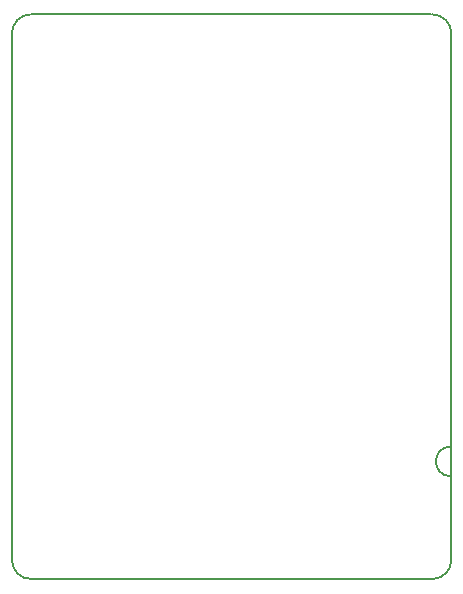
<source format=gbr>
G04 #@! TF.FileFunction,Profile,NP*
%FSLAX46Y46*%
G04 Gerber Fmt 4.6, Leading zero omitted, Abs format (unit mm)*
G04 Created by KiCad (PCBNEW 4.0.7) date 01/10/19 16:23:13*
%MOMM*%
%LPD*%
G01*
G04 APERTURE LIST*
%ADD10C,0.100000*%
%ADD11C,0.150000*%
G04 APERTURE END LIST*
D10*
D11*
X121550000Y-117800000D02*
G75*
G03X121550000Y-120300000I0J-1250000D01*
G01*
X121599112Y-82746696D02*
G75*
G03X120000000Y-81200000I-1599112J-53304D01*
G01*
X85946696Y-81200888D02*
G75*
G03X84400000Y-82800000I53304J-1599112D01*
G01*
X84400888Y-127453304D02*
G75*
G03X86000000Y-129000000I1599112J53304D01*
G01*
X120053304Y-128999112D02*
G75*
G03X121600000Y-127400000I-53304J1599112D01*
G01*
X120100000Y-129000000D02*
X86000000Y-129000000D01*
X121600000Y-82799889D02*
X121600000Y-127500000D01*
X86050000Y-81200000D02*
X119900000Y-81200000D01*
X84400000Y-127400000D02*
X84400000Y-82850000D01*
M02*

</source>
